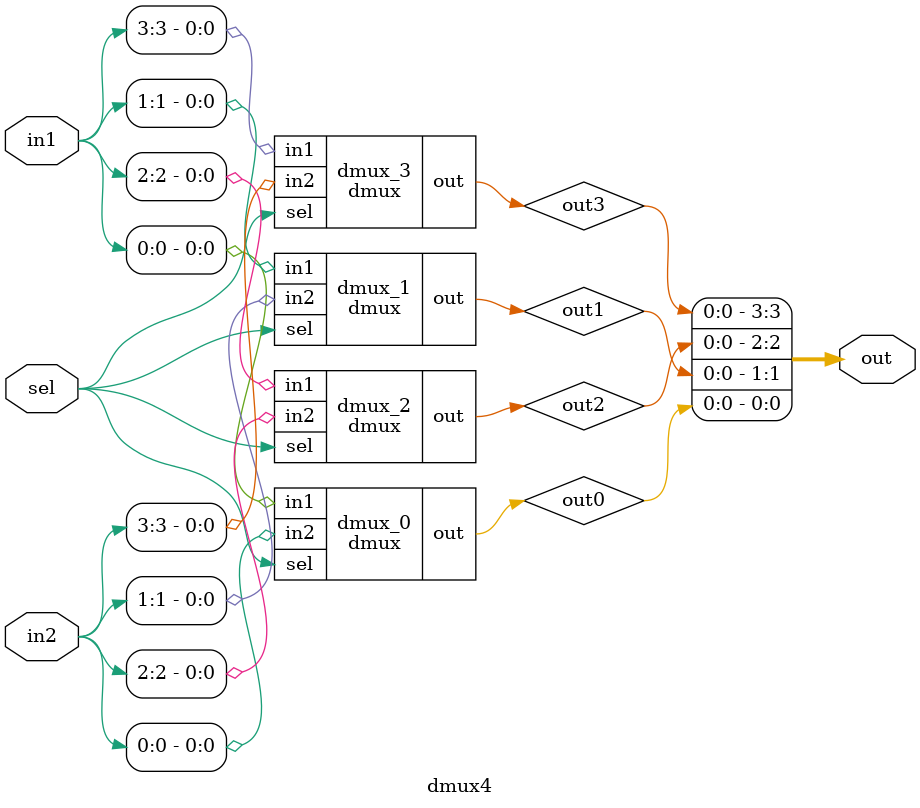
<source format=v>
module dmux(
    input in1,
    input in2,
    input sel,
    output out
);

    assign out = (in1 & ~sel) | (in2 & sel);

endmodule

module dmux4(
    input[3:0] in1,
    input[3:0] in2,
    input sel,
    output [3:0] out
);

    wire out0;
    wire out1;
    wire out2;
    wire out3;

    dmux dmux_0(
        .in1(in1[0]),
        .in2(in2[0]),
        .sel(sel),
        .out(out0)
    );

    dmux dmux_1(
        .in1(in1[1]),
        .in2(in2[1]),
        .sel(sel),
        .out(out1)
    );

    dmux dmux_2(
        .in1(in1[2]),
        .in2(in2[2]),
        .sel(sel),
        .out(out2)
    );

    dmux dmux_3(
        .in1(in1[3]),
        .in2(in2[3]),
        .sel(sel),
        .out(out3)
    );

    assign { out3, out2, out1, out0 } = out;

endmodule
</source>
